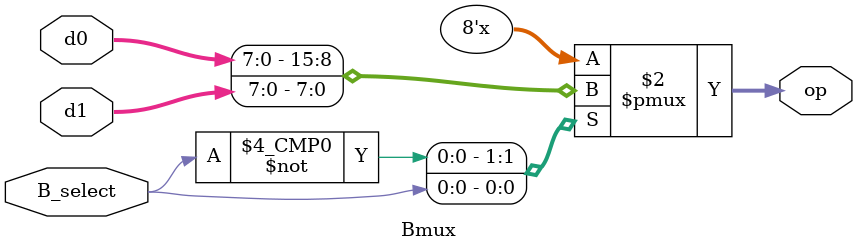
<source format=v>
`timescale 1ns / 1ps

module Bmux(
    input [7:0]d0,
    input [7:0]d1,
    input B_select,
    output reg[7:0]op
    );
	 
	 always@(d0,d1,B_select)
	 begin
		case(B_select)
		1'b0 : op <= d0;
		1'b1 : op <= d1;
		endcase
	 end
	 
endmodule

</source>
